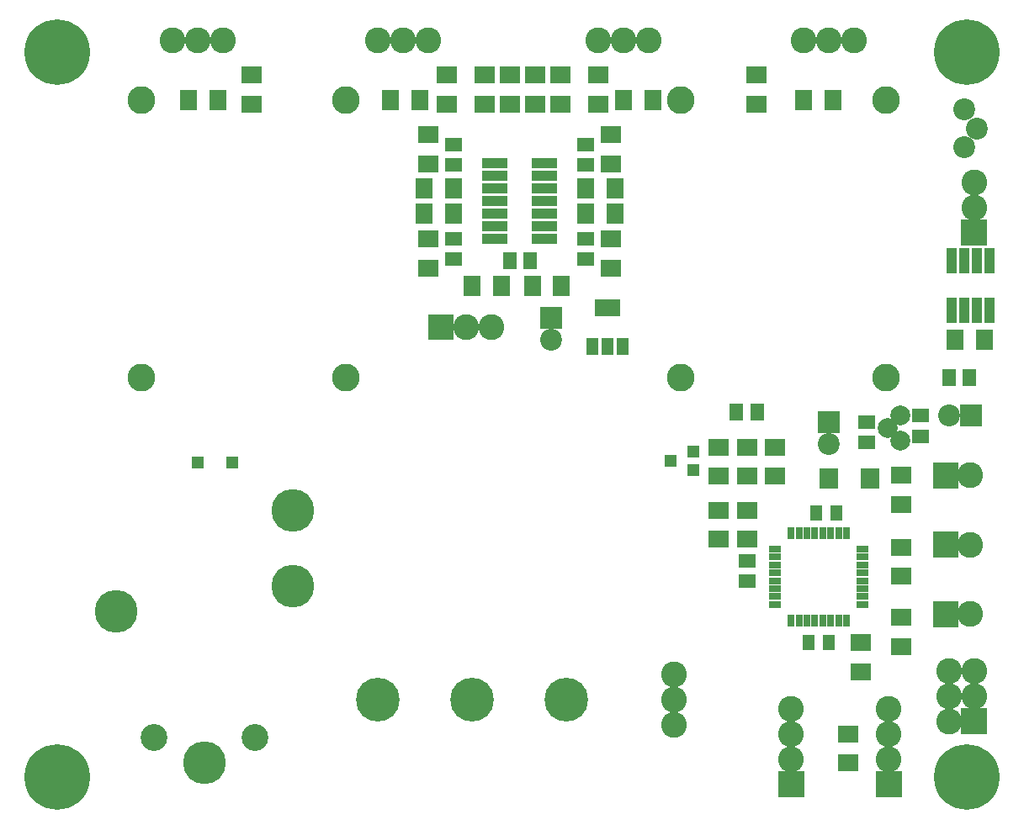
<source format=gbr>
%FSLAX34Y34*%
%MOMM*%
%LNSOLDERMASK_TOP*%
G71*
G01*
%ADD10C, 4.300*%
%ADD11C, 2.700*%
%ADD12C, 2.600*%
%ADD13C, 2.800*%
%ADD14C, 2.200*%
%ADD15R, 2.600X1.000*%
%ADD16C, 2.600*%
%ADD17R, 1.200X1.800*%
%ADD18R, 2.600X1.800*%
%ADD19C, 4.400*%
%ADD20R, 1.400X1.700*%
%ADD21R, 0.700X1.200*%
%ADD22R, 1.200X0.700*%
%ADD23C, 2.000*%
%ADD24R, 1.700X1.400*%
%ADD25R, 1.300X1.600*%
%ADD26R, 1.300X1.300*%
%ADD27R, 1.200X1.220*%
%ADD28R, 1.000X2.600*%
%ADD29R, 1.900X2.000*%
%ADD30R, 2.000X1.700*%
%ADD31R, 1.700X2.000*%
%ADD32C, 6.600*%
%LPD*%
X431800Y384050D02*
G54D10*
D03*
X431800Y307850D02*
G54D10*
D03*
X254000Y282450D02*
G54D10*
D03*
X342900Y130050D02*
G54D10*
D03*
X393700Y155450D02*
G54D11*
D03*
X292100Y155450D02*
G54D11*
D03*
X311150Y857125D02*
G54D12*
D03*
X336550Y857125D02*
G54D12*
D03*
X361950Y857125D02*
G54D12*
D03*
X279400Y796800D02*
G54D13*
D03*
X279400Y517400D02*
G54D13*
D03*
X485775Y796800D02*
G54D13*
D03*
X485775Y517400D02*
G54D13*
D03*
X822325Y796800D02*
G54D13*
D03*
X822325Y517400D02*
G54D13*
D03*
X1028700Y796800D02*
G54D13*
D03*
X1028700Y517400D02*
G54D13*
D03*
X517525Y857125D02*
G54D12*
D03*
X542925Y857125D02*
G54D12*
D03*
X568325Y857125D02*
G54D12*
D03*
X739775Y857125D02*
G54D12*
D03*
X765175Y857125D02*
G54D12*
D03*
X790575Y857125D02*
G54D12*
D03*
X946150Y857125D02*
G54D12*
D03*
X971550Y857125D02*
G54D12*
D03*
X996950Y857125D02*
G54D12*
D03*
X1108075Y787275D02*
G54D14*
D03*
X1120775Y768225D02*
G54D14*
D03*
X1108075Y749175D02*
G54D14*
D03*
G36*
X1125425Y468300D02*
X1103425Y468300D01*
X1103425Y490300D01*
X1125425Y490300D01*
X1125425Y468300D01*
G37*
X1092200Y479300D02*
G54D14*
D03*
X635000Y733300D02*
G54D15*
D03*
X635000Y720600D02*
G54D15*
D03*
X635000Y707900D02*
G54D15*
D03*
X635000Y695200D02*
G54D15*
D03*
X635000Y682500D02*
G54D15*
D03*
X635000Y669800D02*
G54D15*
D03*
X635000Y657100D02*
G54D15*
D03*
X685000Y657100D02*
G54D15*
D03*
X685000Y669800D02*
G54D15*
D03*
X685000Y682500D02*
G54D15*
D03*
X685000Y695200D02*
G54D15*
D03*
X685000Y707900D02*
G54D15*
D03*
X685000Y720600D02*
G54D15*
D03*
X685000Y733300D02*
G54D15*
D03*
G36*
X568025Y581200D02*
X594025Y581200D01*
X594025Y555200D01*
X568025Y555200D01*
X568025Y581200D01*
G37*
X606425Y568200D02*
G54D16*
D03*
X631825Y568200D02*
G54D16*
D03*
X733425Y549150D02*
G54D17*
D03*
X748525Y549150D02*
G54D17*
D03*
X763625Y549150D02*
G54D17*
D03*
X748525Y588050D02*
G54D18*
D03*
X517525Y193550D02*
G54D19*
D03*
X612525Y193550D02*
G54D19*
D03*
X707525Y193550D02*
G54D19*
D03*
X815975Y218950D02*
G54D12*
D03*
X815975Y193550D02*
G54D12*
D03*
X815975Y168150D02*
G54D12*
D03*
G36*
X1076025Y362125D02*
X1102025Y362125D01*
X1102025Y336125D01*
X1076025Y336125D01*
X1076025Y362125D01*
G37*
X1114025Y349125D02*
G54D16*
D03*
G36*
X1076025Y431975D02*
X1102025Y431975D01*
X1102025Y405975D01*
X1076025Y405975D01*
X1076025Y431975D01*
G37*
X1114025Y418975D02*
G54D16*
D03*
G36*
X1076025Y292275D02*
X1102025Y292275D01*
X1102025Y266275D01*
X1076025Y266275D01*
X1076025Y292275D01*
G37*
X1114025Y279275D02*
G54D16*
D03*
X1092200Y517400D02*
G54D20*
D03*
X1112800Y517400D02*
G54D20*
D03*
G36*
X703150Y588725D02*
X703150Y566725D01*
X681150Y566725D01*
X681150Y588725D01*
X703150Y588725D01*
G37*
X692150Y555500D02*
G54D14*
D03*
X933450Y272925D02*
G54D21*
D03*
X941450Y272925D02*
G54D21*
D03*
X949450Y272925D02*
G54D21*
D03*
X957450Y272925D02*
G54D21*
D03*
X965450Y272925D02*
G54D21*
D03*
X973450Y272925D02*
G54D21*
D03*
X981450Y272925D02*
G54D21*
D03*
X989450Y272925D02*
G54D21*
D03*
X933450Y360925D02*
G54D21*
D03*
X941450Y360925D02*
G54D21*
D03*
X949450Y360925D02*
G54D21*
D03*
X957450Y360925D02*
G54D21*
D03*
X965450Y360925D02*
G54D21*
D03*
X973450Y360925D02*
G54D21*
D03*
X981450Y360925D02*
G54D21*
D03*
X989450Y360925D02*
G54D21*
D03*
X1005450Y288925D02*
G54D22*
D03*
X1005450Y296925D02*
G54D22*
D03*
X1005450Y304925D02*
G54D22*
D03*
X1005450Y312925D02*
G54D22*
D03*
X1005450Y320925D02*
G54D22*
D03*
X1005450Y328925D02*
G54D22*
D03*
X1005450Y336925D02*
G54D22*
D03*
X1005450Y344925D02*
G54D22*
D03*
X917450Y288925D02*
G54D22*
D03*
X917450Y296925D02*
G54D22*
D03*
X917450Y304925D02*
G54D22*
D03*
X917450Y312925D02*
G54D22*
D03*
X917450Y320925D02*
G54D22*
D03*
X917450Y328925D02*
G54D22*
D03*
X917450Y336925D02*
G54D22*
D03*
X917450Y344925D02*
G54D22*
D03*
X1042988Y453900D02*
G54D23*
D03*
X1030288Y466600D02*
G54D23*
D03*
X1042988Y479300D02*
G54D23*
D03*
G36*
X982550Y483950D02*
X982550Y461950D01*
X960550Y461950D01*
X960550Y483950D01*
X982550Y483950D01*
G37*
X971550Y450725D02*
G54D14*
D03*
X1063625Y458345D02*
G54D24*
D03*
X1063625Y478945D02*
G54D24*
D03*
X1009650Y472950D02*
G54D24*
D03*
X1009650Y452350D02*
G54D24*
D03*
X950912Y250700D02*
G54D25*
D03*
X971512Y250700D02*
G54D25*
D03*
X958850Y380875D02*
G54D25*
D03*
X979450Y380875D02*
G54D25*
D03*
G36*
X1104600Y650450D02*
X1104600Y676450D01*
X1130600Y676450D01*
X1130600Y650450D01*
X1104600Y650450D01*
G37*
X1117600Y688850D02*
G54D16*
D03*
X1117600Y714250D02*
G54D16*
D03*
G36*
X920450Y94825D02*
X920450Y120825D01*
X946450Y120825D01*
X946450Y94825D01*
X920450Y94825D01*
G37*
X933450Y133225D02*
G54D16*
D03*
X933450Y158625D02*
G54D16*
D03*
X933450Y184025D02*
G54D16*
D03*
G36*
X1130600Y158325D02*
X1104600Y158325D01*
X1104600Y184325D01*
X1130600Y184325D01*
X1130600Y158325D01*
G37*
X1092200Y171325D02*
G54D12*
D03*
X1117600Y196725D02*
G54D12*
D03*
X1092200Y196725D02*
G54D12*
D03*
X1117600Y222125D02*
G54D12*
D03*
X1092200Y222125D02*
G54D12*
D03*
X834813Y442943D02*
G54D26*
D03*
X834813Y423943D02*
G54D26*
D03*
X812613Y433443D02*
G54D26*
D03*
X371475Y431675D02*
G54D27*
D03*
X336575Y431675D02*
G54D27*
D03*
X1095375Y584875D02*
G54D28*
D03*
X1108075Y584875D02*
G54D28*
D03*
X1120775Y584875D02*
G54D28*
D03*
X1133475Y584875D02*
G54D28*
D03*
X1133475Y634875D02*
G54D28*
D03*
X1120775Y634875D02*
G54D28*
D03*
X1108075Y634875D02*
G54D28*
D03*
X1095375Y634875D02*
G54D28*
D03*
X1012825Y415800D02*
G54D29*
D03*
X971550Y415800D02*
G54D29*
D03*
G36*
X1018875Y94825D02*
X1018875Y120825D01*
X1044875Y120825D01*
X1044875Y94825D01*
X1018875Y94825D01*
G37*
X1031875Y133225D02*
G54D16*
D03*
X1031875Y158625D02*
G54D16*
D03*
X1031875Y184025D02*
G54D16*
D03*
X878522Y482475D02*
G54D20*
D03*
X899122Y482475D02*
G54D20*
D03*
X889000Y447550D02*
G54D30*
D03*
X889000Y418182D02*
G54D30*
D03*
X917575Y447550D02*
G54D30*
D03*
X917575Y418182D02*
G54D30*
D03*
X889000Y384050D02*
G54D30*
D03*
X889000Y354682D02*
G54D30*
D03*
X889000Y312650D02*
G54D24*
D03*
X889000Y333250D02*
G54D24*
D03*
X860425Y384050D02*
G54D30*
D03*
X860425Y354682D02*
G54D30*
D03*
X860425Y447550D02*
G54D30*
D03*
X860425Y418182D02*
G54D30*
D03*
X1003300Y250700D02*
G54D30*
D03*
X1003300Y221332D02*
G54D30*
D03*
X1044575Y276100D02*
G54D30*
D03*
X1044575Y246732D02*
G54D30*
D03*
X1044634Y346779D02*
G54D30*
D03*
X1044634Y317411D02*
G54D30*
D03*
X1044575Y418975D02*
G54D30*
D03*
X1044575Y389607D02*
G54D30*
D03*
X1098550Y555500D02*
G54D31*
D03*
X1127918Y555500D02*
G54D31*
D03*
X898525Y822200D02*
G54D30*
D03*
X898525Y792832D02*
G54D30*
D03*
X946186Y796741D02*
G54D31*
D03*
X975554Y796741D02*
G54D31*
D03*
X765175Y796800D02*
G54D31*
D03*
X794543Y796800D02*
G54D31*
D03*
X739775Y822200D02*
G54D30*
D03*
X739775Y792832D02*
G54D30*
D03*
X587375Y822200D02*
G54D30*
D03*
X587375Y792832D02*
G54D30*
D03*
X530262Y796741D02*
G54D31*
D03*
X559629Y796741D02*
G54D31*
D03*
X327061Y796741D02*
G54D31*
D03*
X356429Y796741D02*
G54D31*
D03*
X390525Y822200D02*
G54D30*
D03*
X390525Y792832D02*
G54D30*
D03*
X568266Y761839D02*
G54D30*
D03*
X568266Y732471D02*
G54D30*
D03*
X568325Y657100D02*
G54D30*
D03*
X568325Y627732D02*
G54D30*
D03*
X752475Y657100D02*
G54D30*
D03*
X752475Y627732D02*
G54D30*
D03*
X752416Y761839D02*
G54D30*
D03*
X752416Y732471D02*
G54D30*
D03*
X564321Y707959D02*
G54D31*
D03*
X593689Y707959D02*
G54D31*
D03*
X564321Y682559D02*
G54D31*
D03*
X593689Y682559D02*
G54D31*
D03*
X727111Y707841D02*
G54D31*
D03*
X756479Y707841D02*
G54D31*
D03*
X727111Y682441D02*
G54D31*
D03*
X756479Y682441D02*
G54D31*
D03*
X625475Y822200D02*
G54D30*
D03*
X625475Y792832D02*
G54D30*
D03*
X650875Y822200D02*
G54D30*
D03*
X650875Y792832D02*
G54D30*
D03*
X676275Y822200D02*
G54D30*
D03*
X676275Y792832D02*
G54D30*
D03*
X701675Y822200D02*
G54D30*
D03*
X701675Y792832D02*
G54D30*
D03*
X593725Y752350D02*
G54D24*
D03*
X593725Y731750D02*
G54D24*
D03*
X593725Y657100D02*
G54D24*
D03*
X593725Y636500D02*
G54D24*
D03*
X727075Y752350D02*
G54D24*
D03*
X727075Y731750D02*
G54D24*
D03*
X727075Y657100D02*
G54D24*
D03*
X727075Y636500D02*
G54D24*
D03*
X670840Y634875D02*
G54D20*
D03*
X650240Y634875D02*
G54D20*
D03*
X612775Y609475D02*
G54D31*
D03*
X642143Y609475D02*
G54D31*
D03*
X673136Y609416D02*
G54D31*
D03*
X702504Y609416D02*
G54D31*
D03*
X990600Y158625D02*
G54D30*
D03*
X990600Y129257D02*
G54D30*
D03*
X195000Y845000D02*
G54D32*
D03*
X195000Y115000D02*
G54D32*
D03*
X1110000Y115000D02*
G54D32*
D03*
X1110000Y845000D02*
G54D32*
D03*
M02*

</source>
